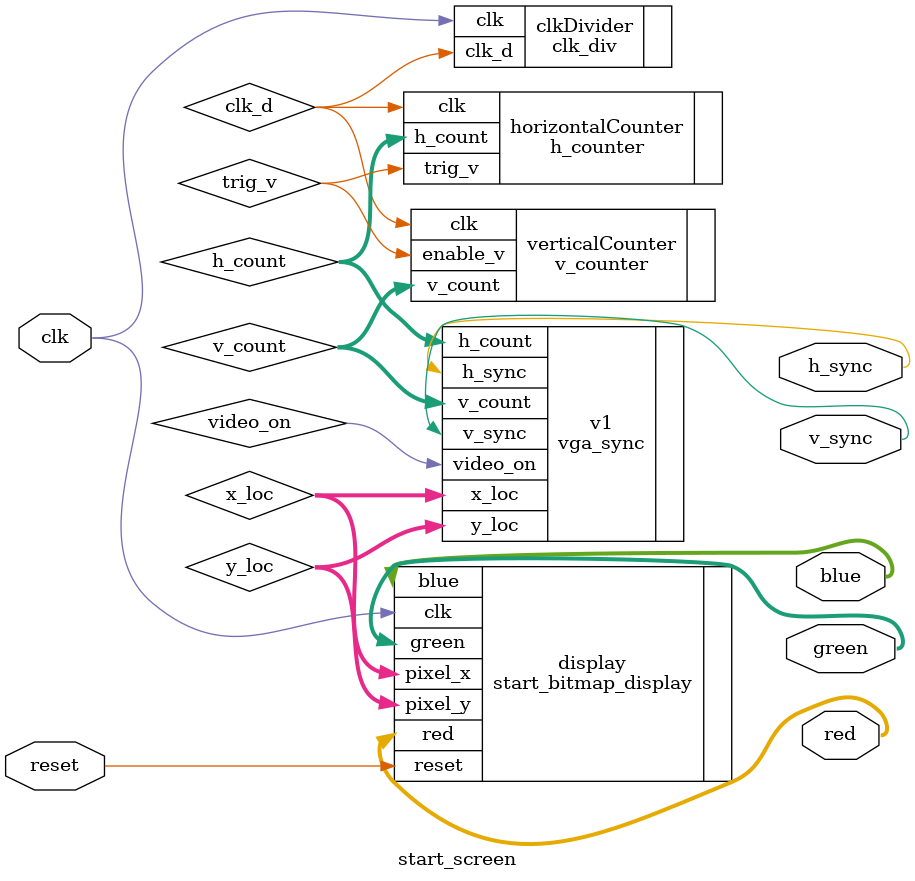
<source format=v>
`timescale 1ns / 1ps
module start_screen(
    input clk,                    // System clock
    input reset,                  // Reset input
    output h_sync,                // Horizontal sync for VGA
    output v_sync,                // Vertical sync for VGA
    output [3:0] red,         // Red color output
    output [3:0] green,       // Green color output
    output [3:0] blue         // Blue color output
);

// Internal wires
wire clk_d;                     
wire [9:0] h_count;             
wire [9:0] v_count;             
wire video_on;                  
wire trig_v;                    
wire [9:0] x_loc;              
wire [9:0] y_loc;              

// Clock divider
clk_div clkDivider (
    .clk(clk),
    .clk_d(clk_d)
);

// Horizontal sync generator
h_counter horizontalCounter (
    .clk(clk_d),
    .h_count(h_count),
    .trig_v(trig_v)
);

// Vertical sync generator
v_counter verticalCounter (
    .clk(clk_d),
    .enable_v(trig_v),
    .v_count(v_count)
);

// VGA sync generator
vga_sync v1 (
    .h_count(h_count),
    .v_count(v_count),
    .h_sync(h_sync),
    .v_sync(v_sync),
    .video_on(video_on),
    .x_loc(x_loc),
    .y_loc(y_loc)
);

// VGA pixel output
start_bitmap_display display (
    .clk(clk),
    .reset(reset),
    .pixel_x(x_loc),
    .pixel_y(y_loc),
    .red(red),
    .green(green),
    .blue(blue)
);

endmodule

</source>
